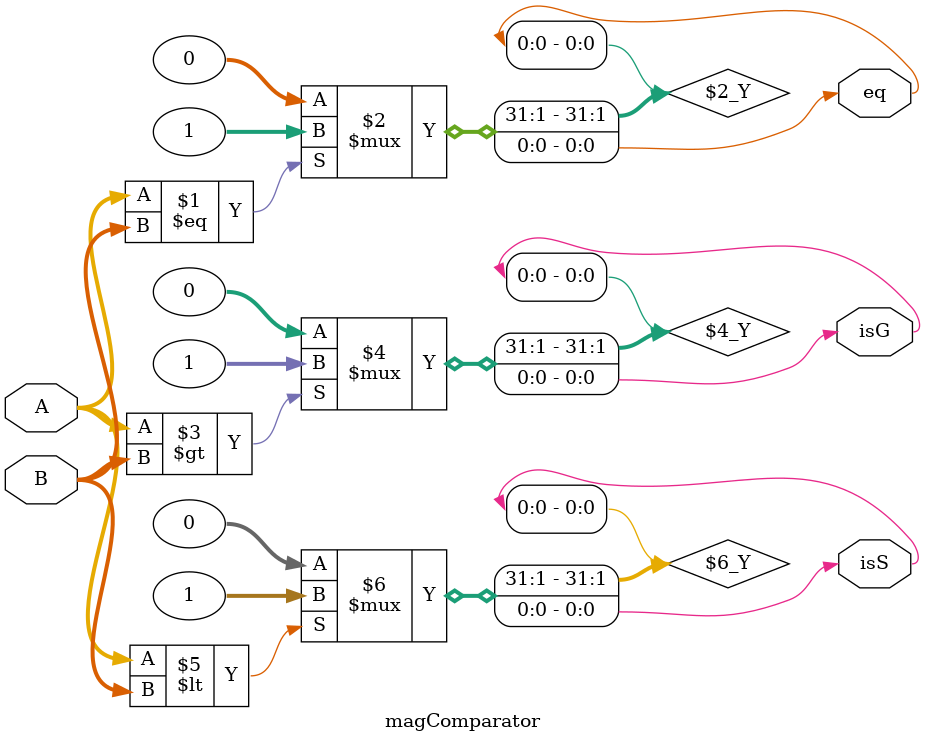
<source format=sv>
module magComparator(input [3:0]A, input [3:0]B, output eq, isG, isS);
    assign eq = A == B ? 1 : 0;
    assign isG = A > B ? 1 : 0;
    assign isS = A < B ? 1 : 0;
endmodule
</source>
